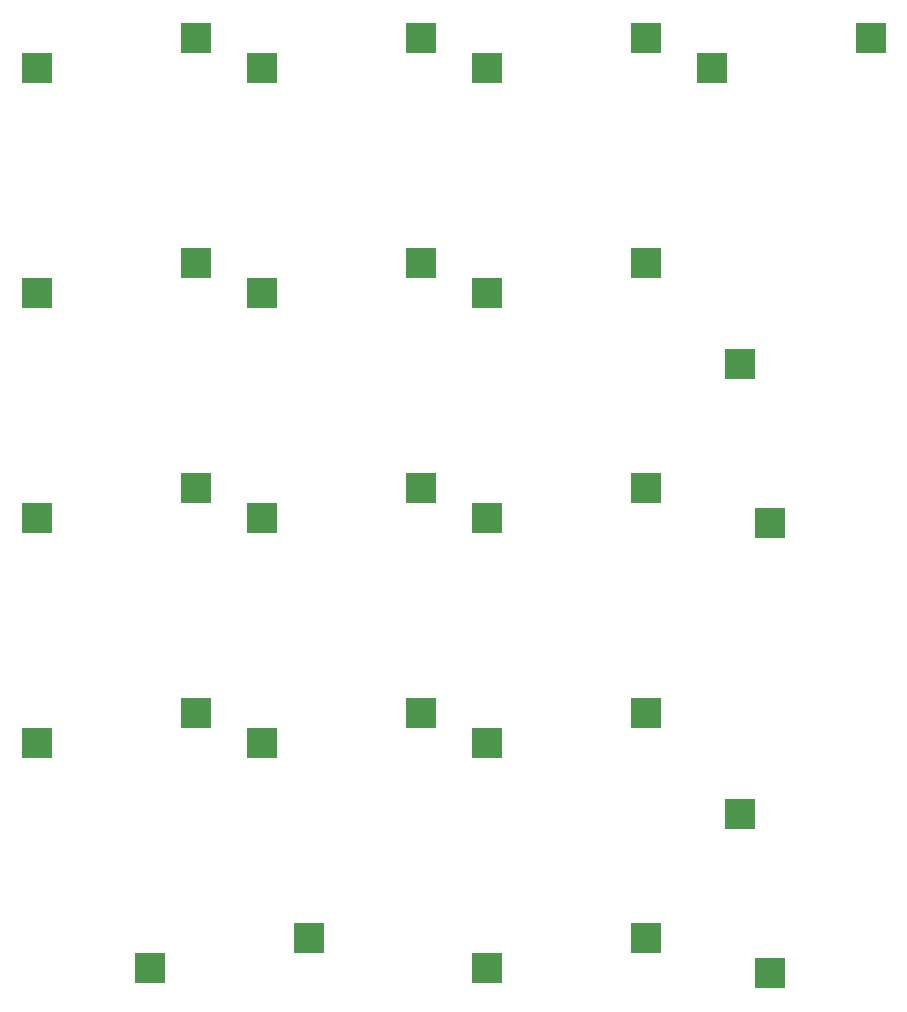
<source format=gbr>
%TF.GenerationSoftware,KiCad,Pcbnew,5.1.7-a382d34a8~88~ubuntu20.04.1*%
%TF.CreationDate,2021-03-29T23:27:39+02:00*%
%TF.ProjectId,discipad-pro,64697363-6970-4616-942d-70726f2e6b69,rev?*%
%TF.SameCoordinates,Original*%
%TF.FileFunction,Paste,Bot*%
%TF.FilePolarity,Positive*%
%FSLAX46Y46*%
G04 Gerber Fmt 4.6, Leading zero omitted, Abs format (unit mm)*
G04 Created by KiCad (PCBNEW 5.1.7-a382d34a8~88~ubuntu20.04.1) date 2021-03-29 23:27:39*
%MOMM*%
%LPD*%
G01*
G04 APERTURE LIST*
%ADD10R,2.500000X2.550000*%
%ADD11R,2.550000X2.500000*%
G04 APERTURE END LIST*
D10*
X169926000Y-126232000D03*
X167386000Y-112782000D03*
D11*
X117406000Y-125782000D03*
X130856000Y-123242000D03*
D10*
X169926000Y-88132000D03*
X167386000Y-74682000D03*
D11*
X145929000Y-125857000D03*
X159379000Y-123317000D03*
X145929000Y-106807000D03*
X159379000Y-104267000D03*
X126879000Y-106807000D03*
X140329000Y-104267000D03*
X107829000Y-106807000D03*
X121279000Y-104267000D03*
X145929000Y-87757000D03*
X159379000Y-85217000D03*
X126879000Y-87757000D03*
X140329000Y-85217000D03*
X107829000Y-87757000D03*
X121279000Y-85217000D03*
X145929000Y-68707000D03*
X159379000Y-66167000D03*
X126879000Y-68707000D03*
X140329000Y-66167000D03*
X107829000Y-68707000D03*
X121279000Y-66167000D03*
X164979000Y-49657000D03*
X178429000Y-47117000D03*
X145929000Y-49657000D03*
X159379000Y-47117000D03*
X126879000Y-49657000D03*
X140329000Y-47117000D03*
X107829000Y-49657000D03*
X121279000Y-47117000D03*
M02*

</source>
